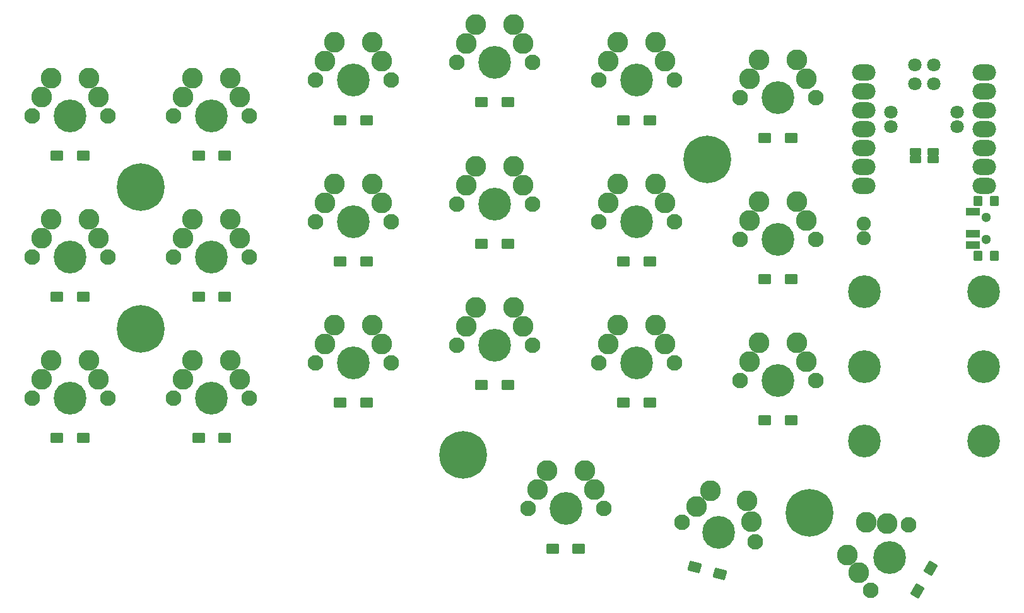
<source format=gbr>
G04 #@! TF.GenerationSoftware,KiCad,Pcbnew,7.0.8*
G04 #@! TF.CreationDate,2023-10-24T16:55:22+02:00*
G04 #@! TF.ProjectId,corne-chocolate,636f726e-652d-4636-986f-636f6c617465,2.1*
G04 #@! TF.SameCoordinates,Original*
G04 #@! TF.FileFunction,Soldermask,Bot*
G04 #@! TF.FilePolarity,Negative*
%FSLAX46Y46*%
G04 Gerber Fmt 4.6, Leading zero omitted, Abs format (unit mm)*
G04 Created by KiCad (PCBNEW 7.0.8) date 2023-10-24 16:55:22*
%MOMM*%
%LPD*%
G01*
G04 APERTURE LIST*
G04 Aperture macros list*
%AMRoundRect*
0 Rectangle with rounded corners*
0 $1 Rounding radius*
0 $2 $3 $4 $5 $6 $7 $8 $9 X,Y pos of 4 corners*
0 Add a 4 corners polygon primitive as box body*
4,1,4,$2,$3,$4,$5,$6,$7,$8,$9,$2,$3,0*
0 Add four circle primitives for the rounded corners*
1,1,$1+$1,$2,$3*
1,1,$1+$1,$4,$5*
1,1,$1+$1,$6,$7*
1,1,$1+$1,$8,$9*
0 Add four rect primitives between the rounded corners*
20,1,$1+$1,$2,$3,$4,$5,0*
20,1,$1+$1,$4,$5,$6,$7,0*
20,1,$1+$1,$6,$7,$8,$9,0*
20,1,$1+$1,$8,$9,$2,$3,0*%
G04 Aperture macros list end*
%ADD10RoundRect,0.200000X-0.650000X-0.475000X0.650000X-0.475000X0.650000X0.475000X-0.650000X0.475000X0*%
%ADD11RoundRect,0.200000X-0.750791X-0.290582X0.504913X-0.627047X0.750791X0.290582X-0.504913X0.627047X0*%
%ADD12RoundRect,0.200000X0.086362X-0.800417X0.736362X0.325417X-0.086362X0.800417X-0.736362X-0.325417X0*%
%ADD13C,2.100000*%
%ADD14C,4.400000*%
%ADD15C,2.800000*%
%ADD16C,6.400000*%
%ADD17C,1.900000*%
%ADD18C,1.300000*%
%ADD19O,3.150000X2.200000*%
%ADD20C,1.797000*%
%ADD21RoundRect,0.200000X-0.571500X0.317500X-0.571500X-0.317500X0.571500X-0.317500X0.571500X0.317500X0*%
%ADD22RoundRect,0.200000X-0.400000X0.500000X-0.400000X-0.500000X0.400000X-0.500000X0.400000X0.500000X0*%
%ADD23RoundRect,0.200000X-0.750000X0.350000X-0.750000X-0.350000X0.750000X-0.350000X0.750000X0.350000X0*%
G04 APERTURE END LIST*
D10*
X87225000Y-82468750D03*
X90775000Y-82468750D03*
X106225000Y-77718750D03*
X109775000Y-77718750D03*
X125225000Y-75343750D03*
X128775000Y-75343750D03*
X144225000Y-77718750D03*
X147775000Y-77718750D03*
X163225000Y-80093750D03*
X166775000Y-80093750D03*
X87225000Y-101468750D03*
X90775000Y-101468750D03*
X106225000Y-96718750D03*
X109775000Y-96718750D03*
X125225000Y-94343750D03*
X128775000Y-94343750D03*
X144225000Y-96718750D03*
X147775000Y-96718750D03*
X163225000Y-99093750D03*
X166775000Y-99093750D03*
X87225000Y-120468750D03*
X90775000Y-120468750D03*
X106225000Y-115718750D03*
X109775000Y-115718750D03*
X125225000Y-113343750D03*
X128775000Y-113343750D03*
X144225000Y-115718750D03*
X147775000Y-115718750D03*
X163225000Y-118093750D03*
X166775000Y-118093750D03*
X134725000Y-135312500D03*
X138275000Y-135312500D03*
D11*
X153785482Y-137821846D03*
X157214518Y-138740654D03*
D12*
X183706250Y-141005945D03*
X185481250Y-137931555D03*
D13*
X83920000Y-77125000D03*
D14*
X89000000Y-77125000D03*
D13*
X94080000Y-77125000D03*
D15*
X85190000Y-74585000D03*
X86460000Y-72045000D03*
X91540000Y-72045000D03*
X92810000Y-74585000D03*
D13*
X102920000Y-72375000D03*
D14*
X108000000Y-72375000D03*
D13*
X113080000Y-72375000D03*
D15*
X104190000Y-69835000D03*
X105460000Y-67295000D03*
X110540000Y-67295000D03*
X111810000Y-69835000D03*
D13*
X121920000Y-70000000D03*
D14*
X127000000Y-70000000D03*
D13*
X132080000Y-70000000D03*
D15*
X123190000Y-67460000D03*
X124460000Y-64920000D03*
X129540000Y-64920000D03*
X130810000Y-67460000D03*
D13*
X140920000Y-72375000D03*
D14*
X146000000Y-72375000D03*
D13*
X151080000Y-72375000D03*
D15*
X142190000Y-69835000D03*
X143460000Y-67295000D03*
X148540000Y-67295000D03*
X149810000Y-69835000D03*
D13*
X159920000Y-74750000D03*
D14*
X165000000Y-74750000D03*
D13*
X170080000Y-74750000D03*
D15*
X161190000Y-72210000D03*
X162460000Y-69670000D03*
X167540000Y-69670000D03*
X168810000Y-72210000D03*
D13*
X83920000Y-96125000D03*
D14*
X89000000Y-96125000D03*
D13*
X94080000Y-96125000D03*
D15*
X85190000Y-93585000D03*
X86460000Y-91045000D03*
X91540000Y-91045000D03*
X92810000Y-93585000D03*
D13*
X102920000Y-91375000D03*
D14*
X108000000Y-91375000D03*
D13*
X113080000Y-91375000D03*
D15*
X104190000Y-88835000D03*
X105460000Y-86295000D03*
X110540000Y-86295000D03*
X111810000Y-88835000D03*
D13*
X121920000Y-89000000D03*
D14*
X127000000Y-89000000D03*
D13*
X132080000Y-89000000D03*
D15*
X123190000Y-86460000D03*
X124460000Y-83920000D03*
X129540000Y-83920000D03*
X130810000Y-86460000D03*
D13*
X140920000Y-91375000D03*
D14*
X146000000Y-91375000D03*
D13*
X151080000Y-91375000D03*
D15*
X142190000Y-88835000D03*
X143460000Y-86295000D03*
X148540000Y-86295000D03*
X149810000Y-88835000D03*
D13*
X159920000Y-93750000D03*
D14*
X165000000Y-93750000D03*
D13*
X170080000Y-93750000D03*
D15*
X161190000Y-91210000D03*
X162460000Y-88670000D03*
X167540000Y-88670000D03*
X168810000Y-91210000D03*
D13*
X83920000Y-115125000D03*
D14*
X89000000Y-115125000D03*
D13*
X94080000Y-115125000D03*
D15*
X85190000Y-112585000D03*
X86460000Y-110045000D03*
X91540000Y-110045000D03*
X92810000Y-112585000D03*
D13*
X102920000Y-110375000D03*
D14*
X108000000Y-110375000D03*
D13*
X113080000Y-110375000D03*
D15*
X104190000Y-107835000D03*
X105460000Y-105295000D03*
X110540000Y-105295000D03*
X111810000Y-107835000D03*
D13*
X121920000Y-108000000D03*
D14*
X127000000Y-108000000D03*
D13*
X132080000Y-108000000D03*
D15*
X123190000Y-105460000D03*
X124460000Y-102920000D03*
X129540000Y-102920000D03*
X130810000Y-105460000D03*
D13*
X140920000Y-110375000D03*
D14*
X146000000Y-110375000D03*
D13*
X151080000Y-110375000D03*
D15*
X142190000Y-107835000D03*
X143460000Y-105295000D03*
X148540000Y-105295000D03*
X149810000Y-107835000D03*
D13*
X159920000Y-112750000D03*
D14*
X165000000Y-112750000D03*
D13*
X170080000Y-112750000D03*
D15*
X161190000Y-110210000D03*
X162460000Y-107670000D03*
X167540000Y-107670000D03*
X168810000Y-110210000D03*
D13*
X131420000Y-129937500D03*
D14*
X136500000Y-129937500D03*
D13*
X141580000Y-129937500D03*
D15*
X132690000Y-127397500D03*
X133960000Y-124857500D03*
X139040000Y-124857500D03*
X140310000Y-127397500D03*
D13*
X152155597Y-131810199D03*
D14*
X157062500Y-133125000D03*
D13*
X161969403Y-134439801D03*
D15*
X154039723Y-129685448D03*
X155923849Y-127560696D03*
X160830752Y-128875497D03*
X161400078Y-131657649D03*
D13*
X177397500Y-140899409D03*
D14*
X179937500Y-136500000D03*
D13*
X182477500Y-132100591D03*
D15*
X175832795Y-138529557D03*
X174268091Y-136159705D03*
X176808091Y-131760295D03*
X179642795Y-131930443D03*
D14*
X176593752Y-110828003D03*
D16*
X169250000Y-130500032D03*
D17*
X176500000Y-93625000D03*
D16*
X155510000Y-83000000D03*
D10*
X68225000Y-101468750D03*
X71775000Y-101468750D03*
D13*
X64920000Y-96125000D03*
D14*
X70000000Y-96125000D03*
D13*
X75080000Y-96125000D03*
D15*
X66190000Y-93585000D03*
X67460000Y-91045000D03*
X72540000Y-91045000D03*
X73810000Y-93585000D03*
D14*
X192593752Y-120828003D03*
D16*
X79510000Y-86750000D03*
D14*
X192593752Y-110828003D03*
D18*
X192900000Y-93775000D03*
X192900000Y-90775000D03*
D16*
X122750000Y-122750000D03*
D13*
X64920000Y-77125000D03*
D14*
X70000000Y-77125000D03*
D13*
X75080000Y-77125000D03*
D15*
X66190000Y-74585000D03*
X67460000Y-72045000D03*
X72540000Y-72045000D03*
X73810000Y-74585000D03*
D13*
X64920000Y-115125000D03*
D14*
X70000000Y-115125000D03*
D13*
X75080000Y-115125000D03*
D15*
X66190000Y-112585000D03*
X67460000Y-110045000D03*
X72540000Y-110045000D03*
X73810000Y-112585000D03*
D14*
X176593752Y-120828003D03*
D10*
X68225000Y-120468750D03*
X71775000Y-120468750D03*
D14*
X176593752Y-100828003D03*
D17*
X176500000Y-91625000D03*
D10*
X68225000Y-82468750D03*
X71775000Y-82468750D03*
D16*
X79510000Y-105750000D03*
D14*
X192593752Y-100828003D03*
D19*
X176498750Y-71286250D03*
X176498750Y-73826250D03*
X176498750Y-76366250D03*
X176498750Y-78906250D03*
X176498750Y-81446250D03*
X176498750Y-83986250D03*
X176498750Y-86526250D03*
X192688750Y-86526250D03*
X192688750Y-83986250D03*
X192688750Y-81446250D03*
X192688750Y-78906250D03*
X192688750Y-76366250D03*
X192688750Y-73826250D03*
X192688750Y-71286250D03*
D20*
X183323750Y-70334250D03*
X185863750Y-70334250D03*
X183323750Y-72874250D03*
X185863750Y-72874250D03*
X180148750Y-78589250D03*
X189038750Y-78589250D03*
X180148750Y-76684250D03*
X189038750Y-76684250D03*
D21*
X183406250Y-81968370D03*
X183406250Y-82969130D03*
D22*
X194000000Y-88625000D03*
X191790000Y-88625000D03*
D18*
X192900000Y-90775000D03*
X192900000Y-93775000D03*
D22*
X194000000Y-95925000D03*
X191790000Y-95925000D03*
D23*
X191140000Y-90025000D03*
X191140000Y-93025000D03*
X191140000Y-94525000D03*
D21*
X185781250Y-81968370D03*
X185781250Y-82969130D03*
M02*

</source>
